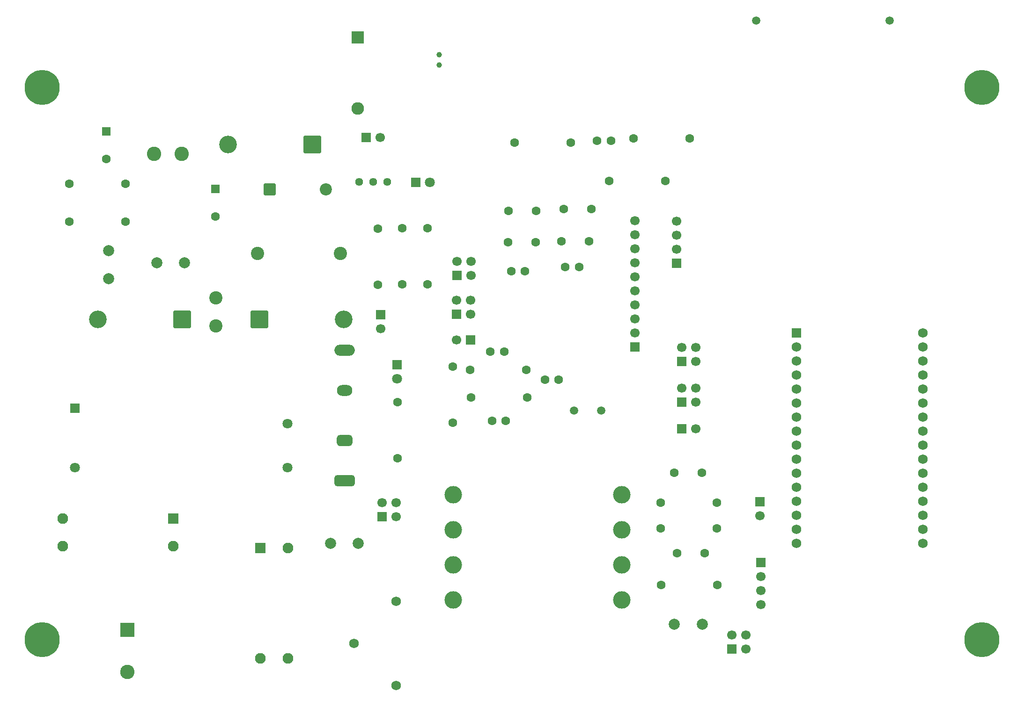
<source format=gbr>
%TF.GenerationSoftware,KiCad,Pcbnew,9.0.5*%
%TF.CreationDate,2025-12-10T02:12:08-06:00*%
%TF.ProjectId,WattMeter,57617474-4d65-4746-9572-2e6b69636164,rev?*%
%TF.SameCoordinates,Original*%
%TF.FileFunction,Soldermask,Bot*%
%TF.FilePolarity,Negative*%
%FSLAX46Y46*%
G04 Gerber Fmt 4.6, Leading zero omitted, Abs format (unit mm)*
G04 Created by KiCad (PCBNEW 9.0.5) date 2025-12-10 02:12:08*
%MOMM*%
%LPD*%
G01*
G04 APERTURE LIST*
G04 Aperture macros list*
%AMRoundRect*
0 Rectangle with rounded corners*
0 $1 Rounding radius*
0 $2 $3 $4 $5 $6 $7 $8 $9 X,Y pos of 4 corners*
0 Add a 4 corners polygon primitive as box body*
4,1,4,$2,$3,$4,$5,$6,$7,$8,$9,$2,$3,0*
0 Add four circle primitives for the rounded corners*
1,1,$1+$1,$2,$3*
1,1,$1+$1,$4,$5*
1,1,$1+$1,$6,$7*
1,1,$1+$1,$8,$9*
0 Add four rect primitives between the rounded corners*
20,1,$1+$1,$2,$3,$4,$5,0*
20,1,$1+$1,$4,$5,$6,$7,0*
20,1,$1+$1,$6,$7,$8,$9,0*
20,1,$1+$1,$8,$9,$2,$3,0*%
G04 Aperture macros list end*
%ADD10C,2.000000*%
%ADD11C,1.500000*%
%ADD12C,1.600000*%
%ADD13R,1.700000X1.700000*%
%ADD14C,1.700000*%
%ADD15C,1.750000*%
%ADD16R,1.800000X1.800000*%
%ADD17C,1.800000*%
%ADD18C,1.000000*%
%ADD19C,2.600000*%
%ADD20RoundRect,0.250000X-0.550000X0.550000X-0.550000X-0.550000X0.550000X-0.550000X0.550000X0.550000X0*%
%ADD21RoundRect,0.250000X-1.350000X-1.350000X1.350000X-1.350000X1.350000X1.350000X-1.350000X1.350000X0*%
%ADD22C,3.200000*%
%ADD23C,6.350000*%
%ADD24C,3.175000*%
%ADD25C,1.950000*%
%ADD26R,1.950000X1.950000*%
%ADD27RoundRect,0.102000X-0.762000X-0.762000X0.762000X-0.762000X0.762000X0.762000X-0.762000X0.762000X0*%
%ADD28C,1.728000*%
%ADD29RoundRect,0.250000X1.350000X1.350000X-1.350000X1.350000X-1.350000X-1.350000X1.350000X-1.350000X0*%
%ADD30C,1.440000*%
%ADD31R,2.280000X2.280000*%
%ADD32C,2.280000*%
%ADD33RoundRect,0.500000X1.350000X-0.500000X1.350000X0.500000X-1.350000X0.500000X-1.350000X-0.500000X0*%
%ADD34RoundRect,0.500000X0.900000X-0.500000X0.900000X0.500000X-0.900000X0.500000X-0.900000X-0.500000X0*%
%ADD35O,2.800000X2.000000*%
%ADD36O,3.700000X2.000000*%
%ADD37C,2.400000*%
%ADD38RoundRect,0.249999X-0.850001X-0.850001X0.850001X-0.850001X0.850001X0.850001X-0.850001X0.850001X0*%
%ADD39C,2.200000*%
%ADD40RoundRect,0.102000X-1.200000X1.200000X-1.200000X-1.200000X1.200000X-1.200000X1.200000X1.200000X0*%
%ADD41C,2.604000*%
G04 APERTURE END LIST*
D10*
%TO.C,RV1*%
X112880000Y-133050000D03*
X117880000Y-133050000D03*
%TD*%
D11*
%TO.C,J3*%
X189820000Y-38410000D03*
X213970000Y-38410000D03*
%TD*%
D12*
%TO.C,C8*%
X154650000Y-78350000D03*
X159650000Y-78350000D03*
%TD*%
D13*
%TO.C,J14*%
X185480000Y-152140000D03*
D14*
X185480000Y-149600000D03*
X188020000Y-152140000D03*
X188020000Y-149600000D03*
%TD*%
D12*
%TO.C,R18*%
X172580000Y-130350000D03*
X182740000Y-130350000D03*
%TD*%
%TO.C,C9*%
X155050000Y-72480000D03*
X160050000Y-72480000D03*
%TD*%
D15*
%TO.C,T1*%
X124720000Y-143510000D03*
X124720000Y-158750000D03*
X117100000Y-151130000D03*
%TD*%
D16*
%TO.C,D6*%
X124940000Y-100715000D03*
D17*
X124940000Y-103255000D03*
%TD*%
D12*
%TO.C,C13*%
X161080000Y-60160000D03*
X163580000Y-60160000D03*
%TD*%
D10*
%TO.C,C3*%
X86510000Y-82230000D03*
X81510000Y-82230000D03*
%TD*%
D12*
%TO.C,R19*%
X172700000Y-140570000D03*
X182860000Y-140570000D03*
%TD*%
D13*
%TO.C,J9*%
X135760000Y-84550000D03*
D14*
X135760000Y-82010000D03*
X138300000Y-84550000D03*
X138300000Y-82010000D03*
%TD*%
D18*
%TO.C,Y2*%
X132515000Y-46440000D03*
X132515000Y-44540000D03*
%TD*%
D13*
%TO.C,J1*%
X190740000Y-136550000D03*
D14*
X190740000Y-139090000D03*
X190740000Y-141630000D03*
X190740000Y-144170000D03*
%TD*%
D12*
%TO.C,R4*%
X121490000Y-86190000D03*
X121490000Y-76030000D03*
%TD*%
%TO.C,C22*%
X141780000Y-98370000D03*
X144280000Y-98370000D03*
%TD*%
D13*
%TO.C,J10*%
X135680000Y-91520000D03*
D14*
X135680000Y-88980000D03*
X138220000Y-91520000D03*
X138220000Y-88980000D03*
%TD*%
D12*
%TO.C,R3*%
X65630000Y-67900000D03*
X75790000Y-67900000D03*
%TD*%
D19*
%TO.C,L1*%
X80990000Y-62510000D03*
X85990000Y-62510000D03*
%TD*%
D12*
%TO.C,R5*%
X65660000Y-74790000D03*
X75820000Y-74790000D03*
%TD*%
%TO.C,R7*%
X156320000Y-60490000D03*
X146160000Y-60490000D03*
%TD*%
%TO.C,C21*%
X142090000Y-110850000D03*
X144590000Y-110850000D03*
%TD*%
%TO.C,C23*%
X180540000Y-134780000D03*
X175540000Y-134780000D03*
%TD*%
D13*
%TO.C,J17*%
X176435000Y-112340000D03*
D14*
X178975000Y-112340000D03*
%TD*%
D20*
%TO.C,C2*%
X72380000Y-58480000D03*
D12*
X72380000Y-63480000D03*
%TD*%
D21*
%TO.C,D2*%
X100040000Y-92490000D03*
D22*
X115280000Y-92490000D03*
%TD*%
D16*
%TO.C,D5*%
X128340000Y-67660000D03*
D17*
X130880000Y-67660000D03*
%TD*%
D13*
%TO.C,J13*%
X138200000Y-96250000D03*
D14*
X135660000Y-96250000D03*
%TD*%
D10*
%TO.C,C4*%
X72790000Y-85080000D03*
X72790000Y-80080000D03*
%TD*%
D12*
%TO.C,R13*%
X125020000Y-107510000D03*
X125020000Y-117670000D03*
%TD*%
%TO.C,R2*%
X177810000Y-59700000D03*
X167650000Y-59700000D03*
%TD*%
D23*
%TO.C,REF\u002A\u002A*%
X60710000Y-50510000D03*
X60710000Y-150510000D03*
X230710000Y-50510000D03*
X230710000Y-150510000D03*
%TD*%
D12*
%TO.C,R14*%
X182740000Y-125700000D03*
X172580000Y-125700000D03*
%TD*%
D10*
%TO.C,F2*%
X175010000Y-147650000D03*
X180090000Y-147660000D03*
%TD*%
D24*
%TO.C,T4*%
X135096000Y-124235000D03*
X135096000Y-130585000D03*
X135096000Y-136935000D03*
X135096000Y-143285000D03*
X165576000Y-143285000D03*
X165576000Y-136935000D03*
X165576000Y-130585000D03*
X165576000Y-124235000D03*
%TD*%
D12*
%TO.C,R11*%
X138310000Y-106590000D03*
X148470000Y-106590000D03*
%TD*%
D13*
%TO.C,J12*%
X176380000Y-100130000D03*
D14*
X176380000Y-97590000D03*
X178920000Y-100130000D03*
X178920000Y-97590000D03*
%TD*%
D13*
%TO.C,J2*%
X190500000Y-125535000D03*
D14*
X190500000Y-128075000D03*
%TD*%
D25*
%TO.C,F1*%
X105220000Y-133900000D03*
D26*
X100220000Y-133900000D03*
D25*
X105220000Y-153900000D03*
X100220000Y-153900000D03*
%TD*%
D27*
%TO.C,U1*%
X197177500Y-94900000D03*
D28*
X197177500Y-97440000D03*
X197177500Y-99980000D03*
X197177500Y-102520000D03*
X197177500Y-105060000D03*
X197177500Y-107600000D03*
X197177500Y-110140000D03*
X197177500Y-112680000D03*
X197177500Y-115220000D03*
X197177500Y-117760000D03*
X197177500Y-120300000D03*
X197177500Y-122840000D03*
X197177500Y-125380000D03*
X197177500Y-127920000D03*
X197177500Y-130460000D03*
X197177500Y-133000000D03*
X220037500Y-94900000D03*
X220037500Y-97440000D03*
X220037500Y-99980000D03*
X220037500Y-102520000D03*
X220037500Y-105060000D03*
X220037500Y-107600000D03*
X220037500Y-110140000D03*
X220037500Y-112680000D03*
X220037500Y-115220000D03*
X220037500Y-117760000D03*
X220037500Y-120300000D03*
X220037500Y-122840000D03*
X220037500Y-125380000D03*
X220037500Y-127920000D03*
X220037500Y-130460000D03*
X220037500Y-133000000D03*
%TD*%
D12*
%TO.C,C24*%
X175010000Y-120220000D03*
X180010000Y-120220000D03*
%TD*%
D20*
%TO.C,C5*%
X92070000Y-68900000D03*
D12*
X92070000Y-73900000D03*
%TD*%
D11*
%TO.C,Y1*%
X156950000Y-109030000D03*
X161830000Y-109030000D03*
%TD*%
D13*
%TO.C,J18*%
X119300000Y-59570000D03*
D14*
X121840000Y-59570000D03*
%TD*%
D12*
%TO.C,C12*%
X157830000Y-83040000D03*
X155330000Y-83040000D03*
%TD*%
D25*
%TO.C,F3*%
X84450000Y-133580000D03*
D26*
X84450000Y-128580000D03*
D25*
X64450000Y-133580000D03*
X64450000Y-128580000D03*
%TD*%
D29*
%TO.C,D1*%
X109620000Y-60790000D03*
D22*
X94380000Y-60790000D03*
%TD*%
D13*
%TO.C,J16*%
X176380000Y-107440000D03*
D14*
X176380000Y-104900000D03*
X178920000Y-107440000D03*
X178920000Y-104900000D03*
%TD*%
D12*
%TO.C,C15*%
X148060000Y-83750000D03*
X145560000Y-83750000D03*
%TD*%
D30*
%TO.C,RV2*%
X123150000Y-67610000D03*
X120610000Y-67610000D03*
X118070000Y-67610000D03*
%TD*%
D31*
%TO.C,BT1*%
X117825000Y-41470000D03*
D32*
X117825000Y-54270000D03*
%TD*%
D13*
%TO.C,J15*%
X122220000Y-128250000D03*
D14*
X122220000Y-125710000D03*
X124760000Y-128250000D03*
X124760000Y-125710000D03*
%TD*%
D33*
%TO.C,F4*%
X115440000Y-121670000D03*
D34*
X115440000Y-114400000D03*
D35*
X115440000Y-105320000D03*
D36*
X115440000Y-98050000D03*
%TD*%
D37*
%TO.C,R8*%
X92140000Y-88600000D03*
X92140000Y-93680000D03*
%TD*%
D16*
%TO.C,PS1*%
X66640000Y-108580000D03*
D17*
X66640000Y-119330000D03*
X105140000Y-119330000D03*
X105140000Y-111330000D03*
%TD*%
D38*
%TO.C,D4*%
X101910000Y-68920000D03*
D39*
X112070000Y-68920000D03*
%TD*%
D13*
%TO.C,J19*%
X121940000Y-91625000D03*
D14*
X121940000Y-94165000D03*
%TD*%
D37*
%TO.C,C6*%
X99660000Y-80570000D03*
X114660000Y-80570000D03*
%TD*%
D12*
%TO.C,C16*%
X151660000Y-103410000D03*
X154160000Y-103410000D03*
%TD*%
D40*
%TO.C,J11*%
X76160000Y-148730000D03*
D41*
X76160000Y-156350000D03*
%TD*%
D12*
%TO.C,R9*%
X134990000Y-101030000D03*
X134990000Y-111190000D03*
%TD*%
D29*
%TO.C,D3*%
X86020000Y-92470000D03*
D22*
X70780000Y-92470000D03*
%TD*%
D12*
%TO.C,R1*%
X173450000Y-67430000D03*
X163290000Y-67430000D03*
%TD*%
%TO.C,R6*%
X125830000Y-86170000D03*
X125830000Y-76010000D03*
%TD*%
D13*
%TO.C,J4*%
X167930000Y-97490000D03*
D14*
X167930000Y-94950000D03*
X167930000Y-92410000D03*
X167930000Y-89870000D03*
X167930000Y-87330000D03*
X167930000Y-84790000D03*
X167930000Y-82250000D03*
X167930000Y-79710000D03*
X167930000Y-77170000D03*
X167930000Y-74630000D03*
%TD*%
D13*
%TO.C,J5*%
X175480000Y-82310000D03*
D14*
X175480000Y-79770000D03*
X175480000Y-77230000D03*
X175480000Y-74690000D03*
%TD*%
D12*
%TO.C,R12*%
X130410000Y-75940000D03*
X130410000Y-86100000D03*
%TD*%
%TO.C,R10*%
X138130000Y-101640000D03*
X148290000Y-101640000D03*
%TD*%
%TO.C,C7*%
X150000000Y-78480000D03*
X145000000Y-78480000D03*
%TD*%
%TO.C,C10*%
X150040000Y-72820000D03*
X145040000Y-72820000D03*
%TD*%
M02*

</source>
